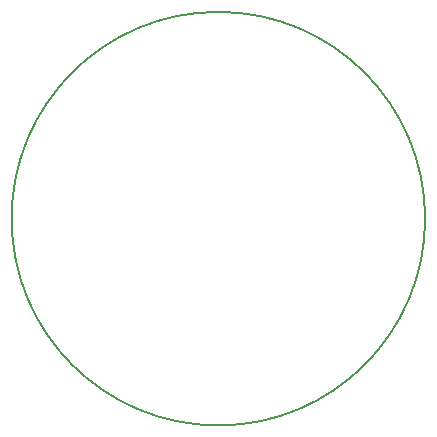
<source format=gbr>
G04 #@! TF.FileFunction,Profile,NP*
%FSLAX46Y46*%
G04 Gerber Fmt 4.6, Leading zero omitted, Abs format (unit mm)*
G04 Created by KiCad (PCBNEW (2016-05-06 BZR 6776)-stable) date sáb 02 jul 2016 17:41:08 CEST*
%MOMM*%
%LPD*%
G01*
G04 APERTURE LIST*
%ADD10C,0.100000*%
%ADD11C,0.200000*%
G04 APERTURE END LIST*
D10*
D11*
X167007141Y-95000000D02*
G75*
G03X167007141Y-95000000I-17507141J0D01*
G01*
M02*

</source>
